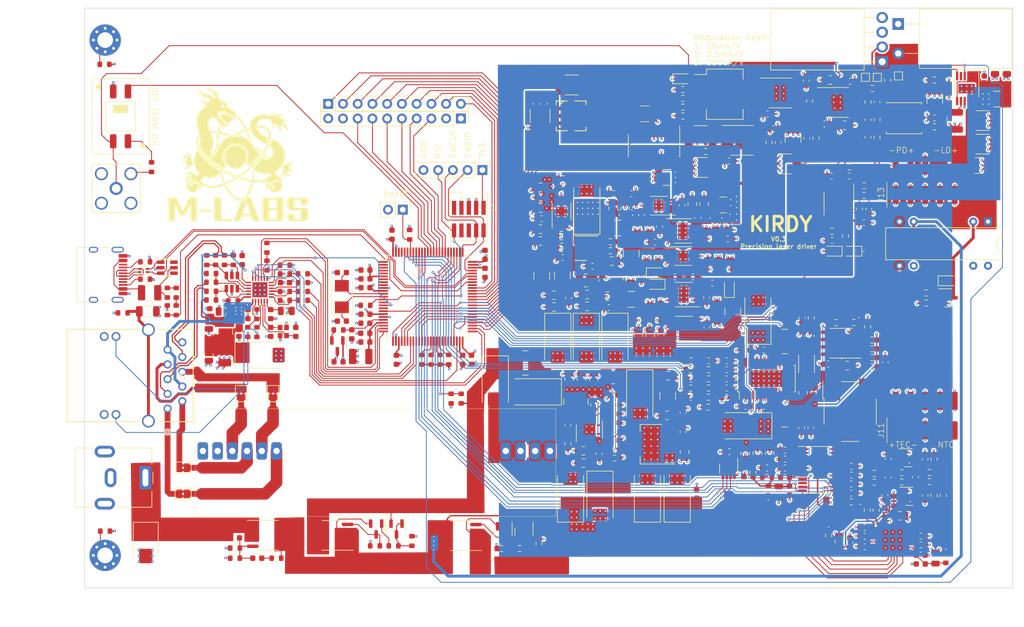
<source format=kicad_pcb>
(kicad_pcb (version 20221018) (generator pcbnew)

  (general
    (thickness 1.6)
  )

  (paper "A4")
  (layers
    (0 "F.Cu" jumper)
    (1 "In1.Cu" signal)
    (2 "In2.Cu" signal)
    (31 "B.Cu" signal)
    (32 "B.Adhes" user "B.Adhesive")
    (33 "F.Adhes" user "F.Adhesive")
    (34 "B.Paste" user)
    (35 "F.Paste" user)
    (36 "B.SilkS" user "B.Silkscreen")
    (37 "F.SilkS" user "F.Silkscreen")
    (38 "B.Mask" user)
    (39 "F.Mask" user)
    (40 "Dwgs.User" user "User.Drawings")
    (41 "Cmts.User" user "User.Comments")
    (42 "Eco1.User" user "User.Eco1")
    (43 "Eco2.User" user "User.Eco2")
    (44 "Edge.Cuts" user)
    (45 "Margin" user)
    (46 "B.CrtYd" user "B.Courtyard")
    (47 "F.CrtYd" user "F.Courtyard")
    (48 "B.Fab" user)
    (49 "F.Fab" user)
    (50 "User.1" user)
    (51 "User.2" user)
    (52 "User.3" user)
    (53 "User.4" user)
    (54 "User.5" user)
    (55 "User.6" user)
    (56 "User.7" user)
    (57 "User.8" user)
    (58 "User.9" user)
  )

  (setup
    (stackup
      (layer "F.SilkS" (type "Top Silk Screen"))
      (layer "F.Paste" (type "Top Solder Paste"))
      (layer "F.Mask" (type "Top Solder Mask") (thickness 0.01))
      (layer "F.Cu" (type "copper") (thickness 0.035))
      (layer "dielectric 1" (type "core") (thickness 0.48) (material "FR4") (epsilon_r 4.5) (loss_tangent 0.02))
      (layer "In1.Cu" (type "copper") (thickness 0.035))
      (layer "dielectric 2" (type "prepreg") (thickness 0.48) (material "FR4") (epsilon_r 4.5) (loss_tangent 0.02))
      (layer "In2.Cu" (type "copper") (thickness 0.035))
      (layer "dielectric 3" (type "core") (thickness 0.48) (material "FR4") (epsilon_r 4.5) (loss_tangent 0.02))
      (layer "B.Cu" (type "copper") (thickness 0.035))
      (layer "B.Mask" (type "Bottom Solder Mask") (thickness 0.01))
      (layer "B.Paste" (type "Bottom Solder Paste"))
      (layer "B.SilkS" (type "Bottom Silk Screen"))
      (copper_finish "ENIG")
      (dielectric_constraints no)
    )
    (pad_to_mask_clearance 0)
    (pcbplotparams
      (layerselection 0x00010fc_ffffffff)
      (plot_on_all_layers_selection 0x0000000_00000000)
      (disableapertmacros false)
      (usegerberextensions true)
      (usegerberattributes false)
      (usegerberadvancedattributes false)
      (creategerberjobfile true)
      (dashed_line_dash_ratio 12.000000)
      (dashed_line_gap_ratio 3.000000)
      (svgprecision 6)
      (plotframeref false)
      (viasonmask false)
      (mode 1)
      (useauxorigin false)
      (hpglpennumber 1)
      (hpglpenspeed 20)
      (hpglpendiameter 15.000000)
      (dxfpolygonmode true)
      (dxfimperialunits true)
      (dxfusepcbnewfont true)
      (psnegative false)
      (psa4output false)
      (plotreference false)
      (plotvalue false)
      (plotinvisibletext false)
      (sketchpadsonfab false)
      (subtractmaskfromsilk true)
      (outputformat 1)
      (mirror false)
      (drillshape 0)
      (scaleselection 1)
      (outputdirectory "gerbers")
    )
  )

  (net 0 "")
  (net 1 "+5VA")
  (net 2 "GND")
  (net 3 "Net-(U1-VOUT_F)")
  (net 4 "Net-(U4--)")
  (net 5 "Net-(U2-OUT)")
  (net 6 "Net-(U4-+)")
  (net 7 "+9VA")
  (net 8 "-6V")
  (net 9 "+15V")
  (net 10 "Net-(U6-+)")
  (net 11 "Net-(C13-Pad2)")
  (net 12 "/MCU/PD_MON")
  (net 13 "Net-(C18-Pad2)")
  (net 14 "Net-(C18-Pad1)")
  (net 15 "Net-(U5B-+)")
  (net 16 "+3V3")
  (net 17 "Net-(U6--)")
  (net 18 "Net-(Q2-G)")
  (net 19 "/MCU/VREF")
  (net 20 "+12V")
  (net 21 "Net-(C25-Pad2)")
  (net 22 "Net-(C26-Pad2)")
  (net 23 "Net-(C26-Pad1)")
  (net 24 "Net-(C27-Pad1)")
  (net 25 "/driveStage/PD_C")
  (net 26 "Net-(C28-Pad1)")
  (net 27 "-9V")
  (net 28 "IN")
  (net 29 "Net-(U8-VCAP_1)")
  (net 30 "Net-(U8-VCAP_2)")
  (net 31 "Net-(C52-Pad1)")
  (net 32 "Net-(U8-PH0)")
  (net 33 "Net-(U8-PH1)")
  (net 34 "/MCU/VDDA")
  (net 35 "Net-(D6-K)")
  (net 36 "Net-(D5-A)")
  (net 37 "Net-(U9-C+)")
  (net 38 "Net-(D5-K)")
  (net 39 "Net-(C57-Pad1)")
  (net 40 "+9V")
  (net 41 "+8V")
  (net 42 "+3.3VA")
  (net 43 "/thermostat/DAC_REF")
  (net 44 "Net-(U9-C-)")
  (net 45 "Net-(D7-A)")
  (net 46 "Net-(U16-PGFB)")
  (net 47 "/thermostat/MAXV")
  (net 48 "/thermostat/MAXIP")
  (net 49 "/thermostat/MAXIN")
  (net 50 "Net-(U11-EN{slash}UV)")
  (net 51 "Net-(U12-EN{slash}UV)")
  (net 52 "Net-(U13-EN{slash}UV)")
  (net 53 "/MCU/TEC_ISEN")
  (net 54 "Net-(U15-EN{slash}UV)")
  (net 55 "/MCU/TEC_VREF")
  (net 56 "Net-(U14-EN{slash}UV)")
  (net 57 "Net-(U11-SET)")
  (net 58 "Net-(U16-SET)")
  (net 59 "+5V")
  (net 60 "Net-(U12-SET)")
  (net 61 "Net-(U13-SET)")
  (net 62 "Net-(U14-SET)")
  (net 63 "Net-(U15-SET)")
  (net 64 "Net-(U19-REGCAPD)")
  (net 65 "Net-(U18-REGCAPD)")
  (net 66 "Net-(U21-CTLI)")
  (net 67 "Net-(U18-REFOUT)")
  (net 68 "Net-(U18-REGCAPA)")
  (net 69 "Net-(U19-REGCAPA)")
  (net 70 "Net-(U21-COMP)")
  (net 71 "Net-(U21-CS)")
  (net 72 "Net-(U21-OS2)")
  (net 73 "/Ehternet/AVDDT_PHY")
  (net 74 "/Ehternet/ETH_SHIELD")
  (net 75 "Net-(U23-VIN)")
  (net 76 "Net-(U23-SS{slash}TR)")
  (net 77 "/MCU/RST")
  (net 78 "Net-(FB12-Pad1)")
  (net 79 "/thermostat/TEC+")
  (net 80 "/thermostat/TEC-")
  (net 81 "Net-(U23-BOOT)")
  (net 82 "/MCU/USB_DP")
  (net 83 "/MCU/USB_DN")
  (net 84 "/MCU/SWDIO")
  (net 85 "/MCU/SWCLK")
  (net 86 "Net-(U23-COMP)")
  (net 87 "Net-(Q3-E)")
  (net 88 "Net-(D10-A1)")
  (net 89 "Net-(Q4-G)")
  (net 90 "Net-(U24-VI)")
  (net 91 "Net-(U26-XTAL2)")
  (net 92 "Net-(U26-XTAL1)")
  (net 93 "Net-(U26-VDDCR)")
  (net 94 "Net-(D1-A2)")
  (net 95 "/driveStage/LD-")
  (net 96 "/thermostat/NTC+")
  (net 97 "/thermostat/NTC-")
  (net 98 "Net-(D4-A)")
  (net 99 "Net-(U27-VBUS)")
  (net 100 "Net-(L3-Pad1)")
  (net 101 "Net-(U21-OS1)")
  (net 102 "Net-(FL2-Pad4)")
  (net 103 "Net-(FL2-Pad1)")
  (net 104 "Net-(J4-Pin_8)")
  (net 105 "Net-(J4-Pin_7)")
  (net 106 "Net-(J4-Pin_6)")
  (net 107 "Net-(J4-Pin_5)")
  (net 108 "Net-(J4-Pin_4)")
  (net 109 "Net-(J4-Pin_3)")
  (net 110 "Net-(J5-Pin_10)")
  (net 111 "Net-(J5-Pin_9)")
  (net 112 "Net-(J5-Pin_8)")
  (net 113 "Net-(J5-Pin_7)")
  (net 114 "Net-(J5-Pin_6)")
  (net 115 "Net-(J5-Pin_5)")
  (net 116 "Net-(J5-Pin_4)")
  (net 117 "Net-(J5-Pin_3)")
  (net 118 "Net-(J5-Pin_2)")
  (net 119 "Net-(J5-Pin_1)")
  (net 120 "unconnected-(J6-Pin_6-Pad6)")
  (net 121 "/MCU/PWM_MAXV")
  (net 122 "/MCU/PWM_MAXIP")
  (net 123 "/MCU/PWM_MAXIN")
  (net 124 "unconnected-(J6-Pin_7-Pad7)")
  (net 125 "unconnected-(J6-Pin_8-Pad8)")
  (net 126 "unconnected-(J6-Pin_9-Pad9)")
  (net 127 "/MCU/TEC_VSEN")
  (net 128 "/Ehternet/POE_VC2-")
  (net 129 "/Ehternet/POE_VC1-")
  (net 130 "/MCU/POE_PWR_SRC")
  (net 131 "/Ehternet/RMII_RXD0")
  (net 132 "/Ehternet/POE_VC2+")
  (net 133 "/Ehternet/RMII_RXD1")
  (net 134 "/Ehternet/POE_VC1+")
  (net 135 "/Ehternet/RMII_CRS_DV")
  (net 136 "/Ehternet/RMII_REF_CLK")
  (net 137 "/Ehternet/RMII_MDIO")
  (net 138 "Net-(J9-Pad11)")
  (net 139 "/Ehternet/ETH_LED_1")
  (net 140 "Net-(J9-Pad13)")
  (net 141 "/Ehternet/PHY_TD_P")
  (net 142 "/Ehternet/PHY_TD_N")
  (net 143 "/Ehternet/PHY_RD_P")
  (net 144 "/Ehternet/PHY_RD_N")
  (net 145 "/Ehternet/ETH_LED_2")
  (net 146 "unconnected-(J10-SBU2-PadB8)")
  (net 147 "Net-(J10-CC2)")
  (net 148 "/MCU/USB_VBUS")
  (net 149 "/MCU/LDAC_LOAD")
  (net 150 "/MCU/LDAC_CLK")
  (net 151 "/MCU/LDAC_MOSI")
  (net 152 "/MCU/LDAC_CS")
  (net 153 "/MCU/TADC_SYNC")
  (net 154 "/MCU/TADC_MISO")
  (net 155 "/MCU/TDAC_MOSI")
  (net 156 "/MCU/TADC_CLK")
  (net 157 "/MCU/TDAC_CLK")
  (net 158 "/MCU/TADC_CS")
  (net 159 "/MCU/TDAC_SYNC")
  (net 160 "/MCU/TADC_MOSI")
  (net 161 "unconnected-(J10-SBU1-PadA8)")
  (net 162 "Net-(J10-CC1)")
  (net 163 "Net-(JP1-A)")
  (net 164 "Net-(JP2-B)")
  (net 165 "Net-(JP3-B)")
  (net 166 "Net-(JP4-B)")
  (net 167 "Net-(JP5-B)")
  (net 168 "Net-(L4-Pad1)")
  (net 169 "Net-(Q9-E)")
  (net 170 "Net-(Q1-G)")
  (net 171 "Net-(Q2-S-Pad1)")
  (net 172 "Net-(Q3-B)")
  (net 173 "Net-(Q5-G)")
  (net 174 "/Ehternet/RMII_MDC")
  (net 175 "/Ehternet/PHY_NRST")
  (net 176 "Net-(Q6-B)")
  (net 177 "Net-(Q7-B)")
  (net 178 "Net-(Q8-G)")
  (net 179 "Net-(Q9-B)")
  (net 180 "Net-(R3-Pad2)")
  (net 181 "/Ehternet/RMII_TX_EN")
  (net 182 "/Ehternet/RMII_TXD0")
  (net 183 "/Ehternet/RMII_TXD1")
  (net 184 "Net-(R5-Pad2)")
  (net 185 "Net-(U3--)")
  (net 186 "Net-(U5B--)")
  (net 187 "Net-(U7-OUT)")
  (net 188 "Net-(U8-PE8)")
  (net 189 "Net-(U8-PE9)")
  (net 190 "Net-(U8-PE10)")
  (net 191 "Net-(U8-PE11)")
  (net 192 "Net-(U16-ILIM)")
  (net 193 "Net-(U10-SET)")
  (net 194 "Net-(U17-VFB)")
  (net 195 "Net-(U20B--)")
  (net 196 "Net-(U18-AIN0)")
  (net 197 "Net-(U18-AIN1)")
  (net 198 "Net-(U19-AIN0{slash}REF2-)")
  (net 199 "Net-(U19-AIN1{slash}REF2+)")
  (net 200 "unconnected-(K1-Pad14)")
  (net 201 "Net-(U20A-+)")
  (net 202 "Net-(U20A--)")
  (net 203 "Net-(U23-EN)")
  (net 204 "Net-(U23-RT{slash}CLK)")
  (net 205 "Net-(U23-VSENSE)")
  (net 206 "Net-(U26-RXD0)")
  (net 207 "Net-(U26-RXD1)")
  (net 208 "Net-(U26-CRS_DV)")
  (net 209 "Net-(U26-nINT)")
  (net 210 "Net-(U26-RXER)")
  (net 211 "Net-(U26-RBIAS)")
  (net 212 "Net-(U3-+)")
  (net 213 "Net-(U1-VOUT_S)")
  (net 214 "unconnected-(U2-INV-Pad13)")
  (net 215 "unconnected-(U2-NC-Pad9)")
  (net 216 "unconnected-(U2-RFB-Pad1)")
  (net 217 "unconnected-(U8-PE1-Pad98)")
  (net 218 "unconnected-(U8-PE0-Pad97)")
  (net 219 "unconnected-(U8-PB9-Pad96)")
  (net 220 "unconnected-(U8-PA10-Pad69)")
  (net 221 "unconnected-(U8-PA8-Pad67)")
  (net 222 "unconnected-(U8-PE15-Pad46)")
  (net 223 "unconnected-(U8-PE14-Pad45)")
  (net 224 "/MCU/LD_EN")
  (net 225 "unconnected-(U8-PE13-Pad44)")
  (net 226 "unconnected-(U8-PE12-Pad43)")
  (net 227 "unconnected-(U8-PE7-Pad38)")
  (net 228 "unconnected-(U8-PB2-Pad37)")
  (net 229 "/MCU/TEC_~{SHDN}")
  (net 230 "Net-(H1-Pad1)")
  (net 231 "Net-(H2-Pad1)")
  (net 232 "/MCU/~{LD_SHORT}")
  (net 233 "unconnected-(U8-PC2-Pad17)")
  (net 234 "unconnected-(U8-PC0-Pad15)")
  (net 235 "unconnected-(U8-PC15-Pad9)")
  (net 236 "unconnected-(U8-PC14-Pad8)")
  (net 237 "unconnected-(U8-PC13-Pad7)")
  (net 238 "unconnected-(U8-PE6-Pad5)")
  (net 239 "unconnected-(U8-PE5-Pad4)")
  (net 240 "unconnected-(U8-PE4-Pad3)")
  (net 241 "unconnected-(U8-PE3-Pad2)")
  (net 242 "unconnected-(U8-PE2-Pad1)")
  (net 243 "12Vin")
  (net 244 "unconnected-(U9-NC-Pad12)")
  (net 245 "unconnected-(U9-NC-Pad7)")
  (net 246 "unconnected-(U9-NC-Pad6)")
  (net 247 "unconnected-(U9-NC-Pad3)")
  (net 248 "unconnected-(U9-NC-Pad1)")
  (net 249 "unconnected-(U10-ILIM-Pad5)")
  (net 250 "unconnected-(U11-PG-Pad4)")
  (net 251 "unconnected-(U12-PG-Pad5)")
  (net 252 "unconnected-(U13-PG-Pad4)")
  (net 253 "unconnected-(U14-VIOC-Pad7)")
  (net 254 "unconnected-(U14-PG-Pad4)")
  (net 255 "unconnected-(U15-PG-Pad4)")
  (net 256 "unconnected-(U16-PG-Pad5)")
  (net 257 "unconnected-(U18-GPIO1-Pad20)")
  (net 258 "unconnected-(U18-GPIO0-Pad19)")
  (net 259 "unconnected-(U18-XTAL2{slash}CLKIO-Pad10)")
  (net 260 "unconnected-(U18-XTAL1-Pad9)")
  (net 261 "unconnected-(U19-DNC-Pad3)")
  (net 262 "unconnected-(U19-PDSW-Pad8)")
  (net 263 "unconnected-(U19-XTAL1-Pad9)")
  (net 264 "unconnected-(U19-XTAL2{slash}CLKIO-Pad10)")
  (net 265 "unconnected-(U19-~{ERROR}-Pad15)")
  (net 266 "unconnected-(U19-GPIO0-Pad20)")
  (net 267 "unconnected-(U19-GPIO1-Pad21)")
  (net 268 "unconnected-(U19-GPIO2-Pad22)")
  (net 269 "unconnected-(U19-AIN2-Pad23)")
  (net 270 "unconnected-(U19-AIN3-Pad24)")
  (net 271 "unconnected-(U19-AIN4-Pad25)")
  (net 272 "unconnected-(U19-AIN5-Pad26)")
  (net 273 "unconnected-(U19-AIN6-Pad27)")
  (net 274 "unconnected-(U19-AIN7-Pad28)")
  (net 275 "unconnected-(U19-AIN8-Pad29)")
  (net 276 "unconnected-(U19-GPO3-Pad30)")
  (net 277 "Net-(U20B-+)")
  (net 278 "unconnected-(U22-NC-Pad2)")
  (net 279 "unconnected-(U22-NC-Pad1)")
  (net 280 "unconnected-(U23-PWRGD-Pad14)")
  (net 281 "unconnected-(U27-I{slash}O4-Pad6)")
  (net 282 "unconnected-(U27-I{slash}O3-Pad4)")
  (net 283 "/Ehternet/RJ45_RD_N")
  (net 284 "/Ehternet/RJ45_RD_P")
  (net 285 "/Ehternet/RJ45_TD_N")
  (net 286 "/Ehternet/RJ45_TD_P")
  (net 287 "/thermostat/ADC1_REF")
  (net 288 "/thermostat/ADC1_A3V3")
  (net 289 "/thermostat/ADC1_D3V3")
  (net 290 "/thermostat/ADC2_D3V3")
  (net 291 "/thermostat/ADC2_A3V3")
  (net 292 "/thermostat/ADC2_REF")
  (net 293 "Net-(C124-Pad1)")
  (net 294 "Net-(C125-Pad1)")
  (net 295 "Net-(C126-Pad1)")
  (net 296 "Net-(C156-Pad2)")
  (net 297 "Net-(C157-Pad2)")
  (net 298 "Net-(C166-Pad2)")
  (net 299 "Net-(C167-Pad2)")
  (net 300 "Net-(C177-Pad2)")
  (net 301 "Net-(C178-Pad1)")
  (net 302 "Net-(C179-Pad1)")
  (net 303 "Net-(C187-Pad2)")
  (net 304 "Net-(C188-Pad1)")
  (net 305 "Net-(C208-Pad1)")
  (net 306 "Net-(R7-Pad2)")
  (net 307 "Net-(R23-Pad2)")
  (net 308 "unconnected-(R25-Pad3)")
  (net 309 "Net-(R35-Pad2)")
  (net 310 "Net-(R66-Pad2)")
  (net 311 "Net-(R121-Pad2)")
  (net 312 "Net-(R122-Pad1)")
  (net 313 "unconnected-(J4-Pin_9-Pad9)")
  (net 314 "/MCU/TERM_STAT")

  (footprint "Resistor_SMD:R_0603_1608Metric" (layer "F.Cu") (at 34.544 45.8338 180))

  (footprint "Resistor_SMD:R_0603_1608Metric" (layer "F.Cu") (at 56.4334 91.9319 90))

  (footprint "Capacitor_SMD:C_0603_1608Metric" (layer "F.Cu") (at 34.544 47.3578))

  (footprint "Capacitor_SMD:C_0603_1608Metric" (layer "F.Cu") (at 138.5316 80.9498 90))

  (footprint "Package_TO_SOT_SMD:SOT-23" (layer "F.Cu") (at 50.2782 89.8694 -90))

  (footprint "Capacitor_SMD:C_0805_2012Metric" (layer "F.Cu") (at 103.4288 76.5556 -90))

  (footprint "Inductor_SMD:L_1210_3225Metric" (layer "F.Cu") (at 47.617 60.0964))

  (footprint "Capacitor_SMD:C_0603_1608Metric" (layer "F.Cu") (at 104.4956 63.9706 180))

  (footprint "Capacitor_SMD:C_0603_1608Metric" (layer "F.Cu") (at 78.8126 36.3114 180))

  (footprint "Capacitor_SMD:C_0603_1608Metric" (layer "F.Cu") (at 138.0236 61.1124 90))

  (footprint "Package_QFP:LQFP-100_14x14mm_P0.5mm" (layer "F.Cu") (at 59.182 49.7798))

  (footprint "Capacitor_SMD:C_0603_1608Metric" (layer "F.Cu") (at 104.4956 67.1332 180))

  (footprint "Resistor_SMD:R_0603_1608Metric" (layer "F.Cu") (at 33.0855 94.896))

  (footprint "Resistor_SMD:R_0603_1608Metric" (layer "F.Cu") (at 37.6308 47.3578 180))

  (footprint "Inductor_SMD:L_1008_2520Metric" (layer "F.Cu") (at 91.7448 46.6344 -90))

  (footprint "Capacitor_SMD:C_0603_1608Metric" (layer "F.Cu") (at 110.6875 60.8397))

  (footprint "Capacitor_SMD:C_0805_2012Metric" (layer "F.Cu") (at 94.1832 46.3922 -90))

  (footprint "Resistor_SMD:R_0603_1608Metric" (layer "F.Cu") (at 115.239 80.0856 -90))

  (footprint "Resistor_SMD:R_0603_1608Metric" (layer "F.Cu") (at 37.6308 45.8338 180))

  (footprint "Resistor_SMD:R_0603_1608Metric" (layer "F.Cu") (at 132.1684 85.191))

  (footprint "Resistor_SMD:R_0603_1608Metric" (layer "F.Cu") (at 104.4956 62.3984))

  (footprint "Resistor_SMD:R_0603_1608Metric" (layer "F.Cu") (at 78.35 92.4 90))

  (footprint "Capacitor_SMD:C_0603_1608Metric" (layer "F.Cu") (at 135.0256 22.3134 -90))

  (footprint "Capacitor_SMD:C_0603_1608Metric" (layer "F.Cu") (at 99.3394 50.1786 90))

  (footprint "Diode_SMD:D_SMB" (layer "F.Cu") (at 10.5615 92.364 -90))

  (footprint "Capacitor_SMD:C_0603_1608Metric" (layer "F.Cu") (at 78.8126 32.7046 180))

  (footprint "Resistor_SMD:R_0603_1608Metric" (layer "F.Cu") (at 21.844 50.355))

  (footprint "Resistor_SMD:R_0603_1608Metric" (layer "F.Cu") (at 145.0848 49.1476))

  (footprint "Capacitor_SMD:C_0805_2012Metric" (layer "F.Cu") (at 82.2198 41.2662 180))

  (footprint "Package_SO:SOIC-8-1EP_3.9x4.9mm_P1.27mm_EP2.29x3mm" (layer "F.Cu") (at 119.9378 14.6424))

  (footprint "Capacitor_SMD:C_0805_2012Metric" (layer "F.Cu") (at 86.0044 76.3524 180))

  (footprint "Package_TO_SOT_SMD:SOT-23-6" (layer "F.Cu") (at 25.4 47.2562 90))

  (footprint "Connector_BarrelJack:BarrelJack_CUI_PJ-063AH_Horizontal" (layer "F.Cu") (at 10.5 81 -90))

  (footprint "Capacitor_SMD:C_1812_4532Metric" (layer "F.Cu") (at 154.813 23.4696))

  (footprint "Resistor_SMD:R_0603_1608Metric" (layer "F.Cu") (at 136.144 81.788))

  (footprint "Capacitor_SMD:C_0603_1608Metric" (layer "F.Cu") (at 144.137 91.059))

  (footprint "Resistor_SMD:R_0603_1608Metric" (layer "F.Cu") (at 104.5423 60.8397))

  (footprint "Resistor_SMD:R_0603_1608Metric" (layer "F.Cu") (at 148.463 94.869 90))

  (footprint "Resistor_SMD:R_0603_1608Metric" (layer "F.Cu") (at 107.823 39.7994))

  (footprint "Package_TO_SOT_THT:TO-220F-4_Horizontal_TabDown" (layer "F.Cu") (at 137.5 9.25 90))

  (footprint "Capacitor_SMD:C_0603_1608Metric" (layer "F.Cu") (at 117.6528 79.3496 180))

  (footprint "Capacitor_SMD:C_0603_1608Metric" (layer "F.Cu") (at 99.1108 37.6936 -90))

  (footprint "Capacitor_SMD:C_0603_1608Metric" (layer "F.Cu")
    (tstamp 18b8fa11-6bc8-4019-aac3-0eea023d7ea8)
    (at 113.652 80.0602 -90)
    (descr "Capacitor SMD 0603 (1608 Metric), square (rectangular) end terminal, IPC_7351 nominal, (Body size source: IPC-SM-782 page 76, https://www.pcb-3d.com/wordpress/wp-content/uploads/ipc-sm-782a_amendment_1_and_2.pdf), generated with kicad-footprint-generator")
    (tags "capacitor")
    (property "MFR_PN" "CL10B104KB8NNWC")
    (property "MFR_PN_ALT" "CL10B104KB8NNNL")
    (property "Sheetfile" "thermostat.kicad_sch")
    (property "Sheetname" "thermostat")
    (property "ki_description" "Unpolarized capacitor")
    (property "ki_keywords" "cap capacitor")
    (path "/bda728c0-b189-4e05-8d4f-58a38acf883b/d924e105-c32c-494b-9c01-fb97e5dab91b")
    (attr smd)
    (fp_text reference "C117" (at 0 -1.43 90) (layer "F.SilkS") hide
        (effects (font (size 1 1) (thickness 0.15)))
      (tstamp f9ad1429-39d7-47ea-ada8-5393828a2889)
    )
    (fp_text value "100n" (at 0 1.43 90) (layer "F.Fab")
        (effects (font (size 1 1) (thickness 0.15)))
      (tstamp 8511fbd7-9a6d-4704-946e-99a01089ef2e)
    )
    (fp_text user "${REFERENCE}" (at 0 0 90) (layer "F.Fab")
        (effects (font (size 0.4 0.4) (thickness 0.06)))
      (tstamp c324be00-810c-4b73-bd6d-aca1e4198d27)
    )
    (fp_line (start -0.14058 -0.51) (end 0.14058 -0.51)
      (stroke (width 0.12) (type solid)) (layer "F.SilkS") (tstamp 9b913c31-919e-482b-8fc3-de2474e98775))
    (fp_line (start -0.14058 0.51) (end 0.14058 0.51)
      (stroke (width 0.12) (type solid)) (layer "F.SilkS") (tstamp bffab35a-5e9b-42c4-869d-78ce07d9be2e))
    (fp_line (start -1.48 -0.73) (end 1.48 -0.73)
      (stroke (width 0.05) (type solid)) (layer "F.CrtYd") (tstamp 3c02d922-1ad3-4000-ac9a-976d3c74b0fe))
    (fp_line (start -1.48 0.73) (end -1.48 -0.73)
      (stroke (width 0.05) (type solid)) (layer "F.CrtYd") (tstamp 08eaee24-44e8-4397-8664-3e26a7eefea6))
    (fp_line (start 1.48 -0.73) (end 1.48 0.73)
      (stroke (width 0.05) (type solid)) (layer "F.CrtYd") (tstamp c1035e45-9226-4bec-9cc4-77114eb93383))
    (fp_line (start 1.48 0.73) (end -1.48 0.73)
      (stroke (width 0.05) (type solid)) (layer "F.CrtYd") (tstamp 5cf57a08-cf5a-45c3-b532-b5703819923d))
    (fp_line (start -0.8 -0.4) (end 0.8 -0.4)
      (stroke (width 0.1) (type solid)) (layer "F.Fab") (tstamp 5d825777-9712-4a76-9724-4eb7a337560d))
    (fp_line (start -0.8 0.4) (end -0.8 -0.4)
      (stroke (width 0.1) (type solid)) (layer "F.Fab") (tstamp a4af2e1e-c8f5-48a4-8e64-cd97732269a6))
    (fp_line (start 0.8 -0.4) (end 0.8 0.4)
      (stroke (width 0.1) (type solid)) (layer "F.Fab") (tstamp e1507178-cacb-42b3-8011-07e8ff0daed7))
    (fp_line (start 0.8 0.4) (end -0.8 0.4)
      (stroke (width 0.1) (type solid)) (layer "F.Fab") (tstamp 37c5b365-2faf-454f-8884-8cad7e9d51b0))
    (pad 
... [4802685 chars truncated]
</source>
